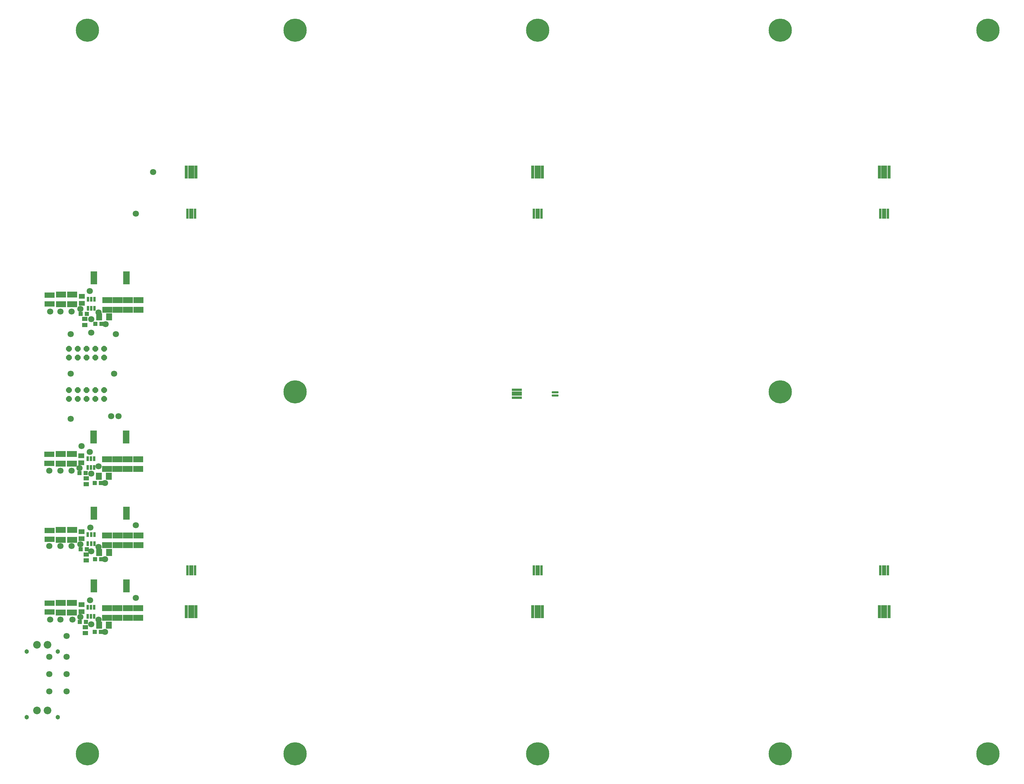
<source format=gbr>
G04 EAGLE Gerber RS-274X export*
G75*
%MOMM*%
%FSLAX34Y34*%
%LPD*%
%INSoldermask Top*%
%IPPOS*%
%AMOC8*
5,1,8,0,0,1.08239X$1,22.5*%
G01*
%ADD10C,0.293938*%
%ADD11R,1.703200X3.703200*%
%ADD12R,0.903200X3.703200*%
%ADD13R,1.203200X2.903200*%
%ADD14R,0.703200X2.903200*%
%ADD15R,3.003200X1.203200*%
%ADD16R,3.003200X0.753200*%
%ADD17P,1.759533X8X202.500000*%
%ADD18R,1.603200X1.303200*%
%ADD19R,0.753200X1.403200*%
%ADD20R,1.219200X1.168400*%
%ADD21R,1.727200X1.346200*%
%ADD22R,2.903200X1.803200*%
%ADD23R,3.003200X1.603200*%
%ADD24R,1.803200X2.006200*%
%ADD25R,1.983200X3.763200*%
%ADD26C,2.203200*%
%ADD27C,1.303200*%
%ADD28C,1.803200*%
%ADD29C,6.703200*%


D10*
X1541703Y1142703D02*
X1541703Y1146297D01*
X1558297Y1146297D01*
X1558297Y1142703D01*
X1541703Y1142703D01*
X1541703Y1145495D02*
X1558297Y1145495D01*
X1541703Y1137297D02*
X1541703Y1133703D01*
X1541703Y1137297D02*
X1558297Y1137297D01*
X1558297Y1133703D01*
X1541703Y1133703D01*
X1541703Y1136495D02*
X1558297Y1136495D01*
D11*
X500000Y1780000D03*
D12*
X486000Y1780000D03*
X514000Y1780000D03*
D11*
X1500000Y1780000D03*
D12*
X1486000Y1780000D03*
X1514000Y1780000D03*
D11*
X2500000Y1780000D03*
D12*
X2486000Y1780000D03*
X2514000Y1780000D03*
D11*
X2500000Y510000D03*
D12*
X2514000Y510000D03*
X2486000Y510000D03*
D11*
X1500000Y510000D03*
D12*
X1514000Y510000D03*
X1486000Y510000D03*
D13*
X500000Y1660000D03*
D14*
X489000Y1660000D03*
X511000Y1660000D03*
D13*
X1500000Y1660000D03*
D14*
X1489000Y1660000D03*
X1511000Y1660000D03*
D13*
X2500000Y1660000D03*
D14*
X2489000Y1660000D03*
X2511000Y1660000D03*
D13*
X2500000Y630000D03*
D14*
X2511000Y630000D03*
X2489000Y630000D03*
D13*
X1500000Y630000D03*
D14*
X1511000Y630000D03*
X1489000Y630000D03*
D13*
X500000Y630000D03*
D14*
X511000Y630000D03*
X489000Y630000D03*
D15*
X1440000Y1140000D03*
D16*
X1440000Y1151250D03*
X1440000Y1128750D03*
D11*
X500000Y510000D03*
D12*
X514000Y510000D03*
X486000Y510000D03*
D17*
X248300Y1244800D03*
X248300Y1270200D03*
X222900Y1244800D03*
X222900Y1270200D03*
X197500Y1244800D03*
X197500Y1270200D03*
X172100Y1244800D03*
X172100Y1270200D03*
X146700Y1244800D03*
X146700Y1270200D03*
X248300Y1124800D03*
X248300Y1150200D03*
X222900Y1124800D03*
X222900Y1150200D03*
X197500Y1124800D03*
X197500Y1150200D03*
X172100Y1124800D03*
X172100Y1150200D03*
X146700Y1124800D03*
X146700Y1150200D03*
D18*
X196725Y895900D03*
X196725Y878400D03*
D19*
X220000Y952700D03*
X210500Y952700D03*
X201000Y952700D03*
X201000Y926700D03*
X210500Y926700D03*
X220000Y926700D03*
D20*
X195615Y910925D03*
X177835Y910925D03*
X239190Y881675D03*
X221410Y881675D03*
D21*
X183000Y961135D03*
X183000Y940815D03*
D22*
X155500Y966200D03*
X155500Y938200D03*
D23*
X90500Y965200D03*
X90500Y939200D03*
D22*
X256725Y950800D03*
X256725Y922800D03*
X286725Y950800D03*
X286725Y922800D03*
D24*
X262095Y901800D03*
X233655Y901800D03*
D25*
X218500Y1014700D03*
X312500Y1014700D03*
D22*
X123000Y966200D03*
X123000Y938200D03*
X316725Y950800D03*
X316725Y922800D03*
X346725Y950800D03*
X346725Y922800D03*
D18*
X194525Y465900D03*
X194525Y448400D03*
D19*
X220300Y522700D03*
X210800Y522700D03*
X201300Y522700D03*
X201300Y496700D03*
X210800Y496700D03*
X220300Y496700D03*
D20*
X195915Y480925D03*
X178135Y480925D03*
X239490Y451675D03*
X221710Y451675D03*
D21*
X183300Y531135D03*
X183300Y510815D03*
D22*
X155800Y536200D03*
X155800Y508200D03*
D23*
X90800Y535200D03*
X90800Y509200D03*
D22*
X257025Y520800D03*
X257025Y492800D03*
X287025Y520800D03*
X287025Y492800D03*
D24*
X262395Y471800D03*
X233955Y471800D03*
D25*
X218800Y584700D03*
X312800Y584700D03*
D22*
X123300Y536200D03*
X123300Y508200D03*
X317025Y520800D03*
X317025Y492800D03*
X347025Y520800D03*
X347025Y492800D03*
D18*
X197325Y675900D03*
X197325Y658400D03*
D19*
X220600Y732700D03*
X211100Y732700D03*
X201600Y732700D03*
X201600Y706700D03*
X211100Y706700D03*
X220600Y706700D03*
D20*
X198715Y690925D03*
X180935Y690925D03*
X239790Y661675D03*
X222010Y661675D03*
D21*
X183600Y741135D03*
X183600Y720815D03*
D22*
X156100Y746200D03*
X156100Y718200D03*
D23*
X91100Y745200D03*
X91100Y719200D03*
D22*
X257325Y730800D03*
X257325Y702800D03*
X287325Y730800D03*
X287325Y702800D03*
D24*
X262695Y681800D03*
X234255Y681800D03*
D25*
X219100Y794700D03*
X313100Y794700D03*
D22*
X123600Y746200D03*
X123600Y718200D03*
X317325Y730800D03*
X317325Y702800D03*
X347325Y730800D03*
X347325Y702800D03*
D18*
X192625Y1355900D03*
X192625Y1338400D03*
D19*
X220900Y1412700D03*
X211400Y1412700D03*
X201900Y1412700D03*
X201900Y1386700D03*
X211400Y1386700D03*
X220900Y1386700D03*
D20*
X199015Y1370925D03*
X181235Y1370925D03*
X241340Y1341675D03*
X223560Y1341675D03*
D21*
X183900Y1421135D03*
X183900Y1400815D03*
D22*
X156400Y1426200D03*
X156400Y1398200D03*
D23*
X91400Y1425200D03*
X91400Y1399200D03*
D22*
X257625Y1410800D03*
X257625Y1382800D03*
X287625Y1410800D03*
X287625Y1382800D03*
D24*
X262995Y1361800D03*
X234555Y1361800D03*
D25*
X219400Y1474700D03*
X313400Y1474700D03*
D22*
X123900Y1426200D03*
X123900Y1398200D03*
X317625Y1410800D03*
X317625Y1382800D03*
X347625Y1410800D03*
X347625Y1382800D03*
D26*
X85000Y415000D03*
X55000Y415000D03*
D27*
X25000Y395400D03*
X115000Y395400D03*
D26*
X85000Y225000D03*
X55000Y225000D03*
D27*
X25000Y205400D03*
X115000Y205400D03*
D28*
X232500Y487500D03*
X232500Y697500D03*
X232500Y930000D03*
X232550Y1374550D03*
X92500Y1377500D03*
X122500Y1377500D03*
X155000Y1377500D03*
X90000Y917500D03*
X122500Y917500D03*
X155000Y917500D03*
X180000Y1385000D03*
X90000Y700000D03*
X122500Y700000D03*
X155000Y700000D03*
X180000Y705000D03*
X180000Y495000D03*
X157500Y487500D03*
X122500Y487500D03*
X92500Y487500D03*
X152500Y1197500D03*
X277500Y1197500D03*
X140000Y440000D03*
X90000Y380000D03*
X140000Y380000D03*
X140000Y330000D03*
X152500Y1312500D03*
X282500Y1312500D03*
X152500Y1067500D03*
X177500Y925000D03*
X90000Y330000D03*
X140000Y280000D03*
X90000Y280000D03*
X251000Y882000D03*
X207000Y972000D03*
X250800Y452200D03*
X208300Y543450D03*
X340000Y550000D03*
X390000Y1780000D03*
X251100Y662200D03*
X208600Y753450D03*
X340000Y760000D03*
X340000Y1660000D03*
X252500Y1341250D03*
X207500Y1436250D03*
X211250Y908750D03*
X183750Y988750D03*
X211250Y473750D03*
X290000Y1075000D03*
X211250Y685000D03*
X268750Y1075000D03*
X211250Y1355000D03*
X211250Y1316250D03*
D29*
X200000Y2190000D03*
X200000Y100000D03*
X2800000Y2190000D03*
X2800000Y100000D03*
X1500000Y100000D03*
X1500000Y2190000D03*
X800000Y1145000D03*
X800000Y2190000D03*
X800000Y100000D03*
X2200000Y1145000D03*
X2200000Y2190000D03*
X2200000Y100000D03*
M02*

</source>
